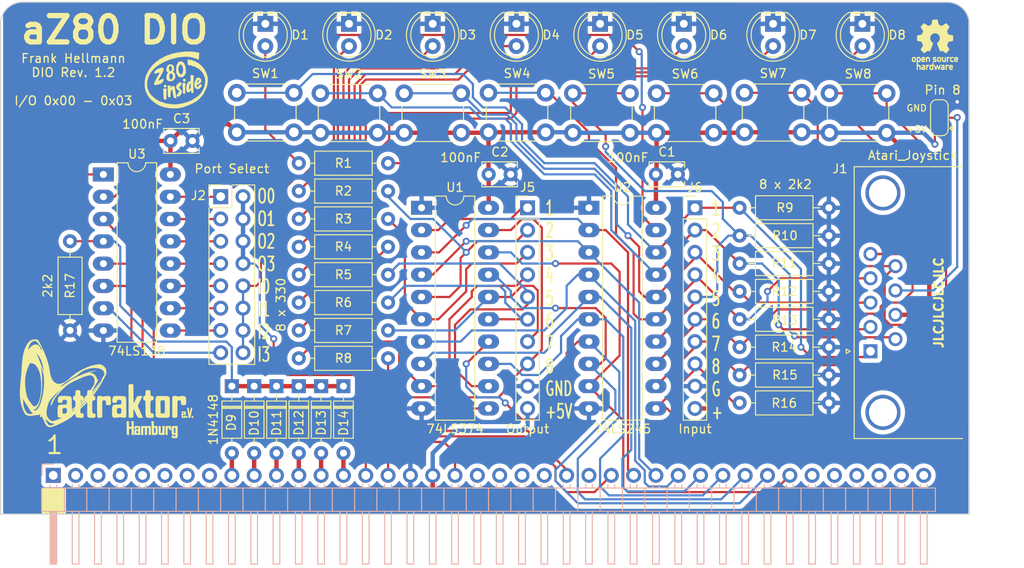
<source format=kicad_pcb>
(kicad_pcb (version 20240108) (generator "pcbnew") (generator_version "8.0")
  (layers (0 "F.Cu" signal) (31 "B.Cu" signal) (34 "B.Paste" user) (35 "F.Paste" user) (36 "B.SilkS" user "B.Silkscreen") (37 "F.SilkS" user "F.Silkscreen") (38 "B.Mask" user) (39 "F.Mask" user) (44 "Edge.Cuts" user))
  (net 0 "")
  (net 1 "/USR4")
  (net 2 "/USR3")
  (net 3 "/USR2")
  (net 4 "/USR1")
  (net 5 "/RX")
  (net 6 "/TX")
  (net 7 "/D7")
  (net 8 "/D6")
  (net 9 "/D5")
  (net 10 "/D4")
  (net 11 "/D3")
  (net 12 "/D2")
  (net 13 "/D1")
  (net 14 "/D0")
  (net 15 "/IORQ")
  (net 16 "/RD")
  (net 17 "/WR")
  (net 18 "/MREQ")
  (net 19 "/CLOCK")
  (net 20 "/RESET")
  (net 21 "/M1")
  (net 22 "VCC")
  (net 23 "GND")
  (net 24 "/A0")
  (net 25 "/A1")
  (net 26 "/A2")
  (net 27 "/A3")
  (net 28 "/A4")
  (net 29 "/A5")
  (net 30 "/A6")
  (net 31 "/A7")
  (net 32 "/A8")
  (net 33 "/A9")
  (net 34 "/A10")
  (net 35 "/A11")
  (net 36 "/A12")
  (net 37 "/A13")
  (net 38 "/A14")
  (net 39 "/A15")
  (net 40 "Net-(D1-A)")
  (net 41 "Net-(D2-A)")
  (net 42 "Net-(D3-A)")
  (net 43 "Net-(D4-A)")
  (net 44 "/INT")
  (net 45 "Net-(D5-A)")
  (net 46 "Net-(D6-A)")
  (net 47 "Net-(D7-A)")
  (net 48 "Net-(D8-A)")
  (net 49 "Net-(D10-K)")
  (net 50 "/IN_D5_FIRE1")
  (net 51 "/IN_D4_FIRE0")
  (net 52 "/IN_D6_FIRE2")
  (net 53 "/IN_D3_RIGHT")
  (net 54 "/IN_D2_LEFT")
  (net 55 "/IN_D1_DOWN")
  (net 56 "/IN_D0_UP")
  (net 57 "Net-(J2-Pin_1)")
  (net 58 "/Input")
  (net 59 "Net-(J2-Pin_3)")
  (net 60 "Net-(J2-Pin_5)")
  (net 61 "Net-(J2-Pin_7)")
  (net 62 "Net-(J2-Pin_9)")
  (net 63 "/Output")
  (net 64 "Net-(J2-Pin_11)")
  (net 65 "Net-(J2-Pin_13)")
  (net 66 "Net-(J2-Pin_15)")
  (net 67 "/OUT_D0_UP")
  (net 68 "/OUT_D1_DOWN")
  (net 69 "/OUT_D2_LEFT")
  (net 70 "/OUT_D3_RIGHT")
  (net 71 "/OUT_D4_FIRE0")
  (net 72 "/OUT_D5_FIRE1")
  (net 73 "/OUT_D6_FIRE2")
  (net 74 "/OUT_D7")
  (net 75 "/IN_D7")
  (net 76 "Net-(JP1-C)")
  (footprint "Connector_Dsub:DSUB-9_Male_Horizontal_P2.77x2.84mm_EdgePinOffset7.70mm_Housed_MountingHolesOffset9.12mm" (layer "F.Cu") (at 181.899669 95.72 90)
    (property "Reference" "J1")
    (property "Value" "Atari_Joystick")
  )
  (footprint "Backplane:attraktor" (layer "F.Cu") (at 95 100.2)
    (property "Reference" "G***" (hide yes))
    (property "Value" "LOGO" (hide yes))
  )
  (footprint "Backplane:osh_logo" (layer "F.Cu") (at 189.23 60.96)
    (property "Reference" "G***" (hide yes))
    (property "Value" "LOGO" (hide yes))
  )
  (footprint "Backplane:Z80_inside" (layer "F.Cu") (at 102.87 64.77)
    (property "Reference" "G***" (hide yes))
    (property "Value" "LOGO" (hide yes))
  )
  (footprint "Resistor_THT:R_Axial_DIN0207_L6.3mm_D2.5mm_P10.16mm_Horizontal" (layer "F.Cu") (at 116.84 80.645)
    (property "Reference" "R3")
    (property "Value" "330")
  )
  (footprint "Diode_THT:D_DO-35_SOD27_P7.62mm_Horizontal" (layer "F.Cu") (at 116.84 99.695 -90)
    (property "Reference" "D12")
    (property "Value" "1N4148")
  )
  (footprint "Resistor_THT:R_Axial_DIN0207_L6.3mm_D2.5mm_P10.16mm_Horizontal" (layer "F.Cu") (at 167.005 85.725)
    (property "Reference" "R11")
    (property "Value" "2k2")
  )
  (footprint "Capacitor_THT:C_Disc_D3.8mm_W2.6mm_P2.50mm" (layer "F.Cu") (at 102.235 71.755)
    (property "Reference" "C3")
    (property "Value" "100nF")
  )
  (footprint "Diode_THT:D_DO-35_SOD27_P7.62mm_Horizontal" (layer "F.Cu") (at 114.3 99.695 -90)
    (property "Reference" "D11")
    (property "Value" "1N4148")
  )
  (footprint "Resistor_THT:R_Axial_DIN0207_L6.3mm_D2.5mm_P10.16mm_Horizontal" (layer "F.Cu") (at 116.84 83.82)
    (property "Reference" "R4")
    (property "Value" "330")
  )
  (footprint "Package_DIP:DIP-20_W7.62mm_LongPads" (layer "F.Cu") (at 149.86 79.375)
    (property "Reference" "U2")
    (property "Value" "74LS245")
  )
  (footprint "LED_THT:LED_D5.0mm" (layer "F.Cu") (at 122.555 58.42 -90)
    (property "Reference" "D2")
    (property "Value" "LED_Small")
  )
  (footprint "Button_Switch_THT:SW_PUSH_6mm" (layer "F.Cu") (at 109.78 66.275)
    (property "Reference" "SW1")
    (property "Value" "SW_Push" (hide yes))
  )
  (footprint "LED_THT:LED_D5.0mm" (layer "F.Cu") (at 151.13 58.42 -90)
    (property "Reference" "D5")
    (property "Value" "LED_Small")
  )
  (footprint "Resistor_THT:R_Axial_DIN0207_L6.3mm_D2.5mm_P10.16mm_Horizontal" (layer "F.Cu") (at 116.84 77.47)
    (property "Reference" "R2")
    (property "Value" "330")
  )
  (footprint "LED_THT:LED_D5.0mm" (layer "F.Cu") (at 160.655 58.42 -90)
    (property "Reference" "D6")
    (property "Value" "LED_Small")
  )
  (footprint "Button_Switch_THT:SW_PUSH_6mm" (layer "F.Cu") (at 177.24 66.33)
    (property "Reference" "SW8")
    (property "Value" "SW_Push")
  )
  (footprint "LED_THT:LED_D5.0mm" (layer "F.Cu") (at 132.08 58.42 -90)
    (property "Reference" "D3")
    (property "Value" "LED_Small")
  )
  (footprint "Resistor_THT:R_Axial_DIN0207_L6.3mm_D2.5mm_P10.16mm_Horizontal" (layer "F.Cu") (at 167.005 79.375)
    (property "Reference" "R9")
    (property "Value" "8 x 2k2")
  )
  (footprint "Resistor_THT:R_Axial_DIN0207_L6.3mm_D2.5mm_P10.16mm_Horizontal" (layer "F.Cu") (at 167.005 98.425)
    (property "Reference" "R15")
    (property "Value" "2k2")
  )
  (footprint "Resistor_THT:R_Axial_DIN0207_L6.3mm_D2.5mm_P10.16mm_Horizontal" (layer "F.Cu") (at 116.84 90.17)
    (property "Reference" "R6")
    (property "Value" "330")
  )
  (footprint "Resistor_THT:R_Axial_DIN0207_L6.3mm_D2.5mm_P10.16mm_Horizontal" (layer "F.Cu") (at 167.005 101.6)
    (property "Reference" "R16")
    (property "Value" "2k2")
  )
  (footprint "Button_Switch_THT:SW_PUSH_6mm" (layer "F.Cu") (at 119.305 66.33)
    (property "Reference" "SW2")
    (property "Value" "SW_Push")
  )
  (footprint "Connector_PinHeader_2.54mm:PinHeader_1x10_P2.54mm_Vertical" (layer "F.Cu") (at 161.925 79.375)
    (property "Reference" "J6")
    (property "Value" "Input")
  )
  (footprint "Diode_THT:D_DO-35_SOD27_P7.62mm_Horizontal" (layer "F.Cu") (at 109.22 99.695 -90)
    (property "Reference" "D9")
    (property "Value" "1N4148")
  )
  (footprint "Diode_THT:D_DO-35_SOD27_P7.62mm_Horizontal" (layer "F.Cu") (at 111.76 99.695 -90)
    (property "Reference" "D10")
    (property "Value" "1N4148")
  )
  (footprint "Resistor_THT:R_Axial_DIN0207_L6.3mm_D2.5mm_P10.16mm_Horizontal" (layer "F.Cu") (at 167.005 82.55)
    (property "Reference" "R10")
    (property "Value" "2k2")
  )
  (footprint "Capacitor_THT:C_Disc_D3.8mm_W2.6mm_P2.50mm" (layer "F.Cu") (at 138.45 75.565)
    (property "Reference" "C2")
    (property "Value" "100nF")
  )
  (footprint "Package_DIP:DIP-16_W7.62mm_LongPads" (layer "F.Cu") (at 94.6 75.58)
    (property "Reference" "U3")
    (property "Value" "74LS138")
  )
  (footprint "Resistor_THT:R_Axial_DIN0207_L6.3mm_D2.5mm_P10.16mm_Horizontal" (layer "F.Cu") (at 116.84 86.995)
    (property "Reference" "R5")
    (property "Value" "330")
  )
  (footprint "Package_DIP:DIP-20_W7.62mm_LongPads" (layer "F.Cu") (at 130.81 79.375)
    (property "Reference" "U1")
    (property "Value" "74LS374")
  )
  (footprint "Resistor_THT:R_Axial_DIN0207_L6.3mm_D2.5mm_P10.16mm_Horizontal" (layer "F.Cu") (at 167.005 88.9)
    (property "Reference" "R12")
    (property "Value" "2k2")
  )
  (footprint "Resistor_THT:R_Axial_DIN0207_L6.3mm_D2.5mm_P10.16mm_Horizontal" (layer "F.Cu") (at 116.84 96.52)
    (property "Reference" "R8")
    (property "Value" "330")
  )
  (footprint "Resistor_THT:R_Axial_DIN0207_L6.3mm_D2.5mm_P10.16mm_Horizontal" (layer "F.Cu") (at 90.805 93.345 90)
    (property "Reference" "R17")
    (property "Value" "2k2")
  )
  (footprint "Capacitor_THT:C_Disc_D3.8mm_W2.6mm_P2.50mm" (layer "F.Cu") (at 157.48 75.565)
    (property "Reference" "C1")
    (property "Value" "100nF")
  )
  (footprint "Diode_THT:D_DO-35_SOD27_P7.62mm_Horizontal" (layer "F.Cu") (at 119.38 99.695 -90)
    (property "Reference" "D13")
    (property "Value" "1N4148")
  )
  (footprint "Resistor_THT:R_Axial_DIN0207_L6.3mm_D2.5mm_P10.16mm_Horizontal" (layer "F.Cu") (at 116.84 74.295)
    (property "Reference" "R1")
    (property "Value" "8 x 330")
  )
  (footprint "LED_THT:LED_D5.0mm" (layer "F.Cu") (at 113.03 58.42 -90)
    (property "Reference" "D1")
    (property "Value" "LED_Small")
  )
  (footprint "Button_Switch_THT:SW_PUSH_6mm" (layer "F.Cu") (at 148.03 66.33)
    (property "Reference" "SW5")
    (property "Value" "SW_Push")
  )
  (footprint "Resistor_THT:R_Axial_DIN0207_L6.3mm_D2.5mm_P10.16mm_Horizontal" (layer "F.Cu") (at 116.84 93.345)
    (property "Reference" "R7")
    (property "Value" "330")
  )
  (footprint "Button_Switch_THT:SW_PUSH_6mm" (layer "F.Cu") (at 128.83 66.33)
    (property "Reference" "SW3")
    (property "Value" "SW_Push")
  )
  (footprint "LED_THT:LED_D5.0mm" (layer "F.Cu") (at 170.815 58.42 -90)
    (property "Reference" "D7")
    (property "Value" "LED_Small")
  )
  (footprint "Diode_THT:D_DO-35_SOD27_P7.62mm_Horizontal" (layer "F.Cu") (at 121.92 99.695 -90)
    (property "Reference" "D14")
    (property "Value" "1N4148")
  )
  (footprint "LED_THT:LED_D5.0mm" (layer "F.Cu") (at 141.605 58.42 -90)
    (property "Reference" "D4")
    (property "Value" "LED_Small")
  )
  (footprint "Resistor_THT:R_Axial_DIN0207_L6.3mm_D2.5mm_P10.16mm_Horizontal" (layer "F.Cu") (at 167.005 92.075)
    (property "Reference" "R13")
    (property "Value" "2k2")
  )
  (footprint "Button_Switch_THT:SW_PUSH_6mm" (layer "F.Cu") (at 167.565 66.275)
    (property "Reference" "SW7")
    (property "Value" "SW_Push")
  )
  (footprint "LED_THT:LED_D5.0mm" (layer "F.Cu") (at 180.975 58.42 -90)
    (property "Reference" "D8")
    (property "Value" "LED_Small")
  )
  (footprint "Connector_PinHeader_2.54mm:PinHeader_2x08_P2.54mm_Vertical" (layer "F.Cu") (at 107.95 78.105)
    (property "Reference" "J2")
    (property "Value" "Port Select")
  )
  (footprint "Connector_PinHeader_2.54mm:PinHeader_1x10_P2.54mm_Vertical" (layer "F.Cu") (at 142.875 79.375)
    (property "Reference" "J5")
    (property "Value" "Output")
  )
  (footprint "Button_Switch_THT:SW_PUSH_6mm" (layer "F.Cu") (at 138.43 66.275)
    (property "Reference" "SW4")
    (property "Value" "SW_Push")
  )
  (footprint "Resistor_THT:R_Axial_DIN0207_L6.3mm_D2.5mm_P10.16mm_Horizontal" (layer "F.Cu") (at 167.005 95.25)
    (property "Reference" "R14")
    (property "Value" "2k2")
  )
  (footprint "Jumper:SolderJumper-3_P1.3mm_Bridged2Bar12_RoundedPad1.0x1.5mm" (layer "F.Cu") (at 189.738 69.118 90)
    (property "Reference" "JP1")
    (property "Value" "Pin 8")
  )
  (footprint "Button_Switch_THT:SW_PUSH_6mm" (layer "F.Cu") (at 157.555 66.33)
    (property "Reference" "SW6")
    (property "Value" "SW_Push")
  )
  (footprint "Connector_PinHeader_2.54mm:PinHeader_1x40_P2.54mm_Horizontal" (layer "B.Cu") (at 88.9 109.855 -90)
    (property "Reference" "J4" (hide yes))
    (property "Value" "Z80 Bus")
  )
  (gr_poly (pts (xy 87.63 111.379) (xy 90.297 111.379) (xy 90.297 114.173) (xy 87.63 114.173)) (stroke (width 0.1)) (fill solid) (layer "F.SilkS"))
  (gr_arc (start 82.895 58.445) (mid 83.627233 56.677233) (end 85.395 55.945) (stroke (width 0.12)) (layer "Edge.Cuts"))
  (gr_arc (start 190.655 55.955) (mid 192.415696 56.684304) (end 193.145 58.445) (stroke (width 0.12)) (layer "Edge.Cuts"))
  (gr_line (start 85.395 55.945) (end 190.655 55.955) (stroke (width 0.12)) (layer "Edge.Cuts"))
  (gr_line (start 193.145 58.445) (end 193.14 114.276) (stroke (width 0.12)) (layer "Edge.Cuts"))
  (gr_line (start 82.9 114.276) (end 82.895 58.445) (stroke (width 0.12)) (layer "Edge.Cuts"))
  (gr_line (start 193.14 114.276) (end 82.904 114.276) (stroke (width 0.12)) (layer "Edge.Cuts"))
  (gr_text "1\n2\n3\n4\n5\n6\n7\n8\nG\n+" (at 163.7 103.565 0) (layer "F.SilkS") (effects (font (size 1.6 1) (thickness 0.2) (bold yes)) (justify left bottom)))
  (gr_text "JLCJLCJLCJLC" (at 190.246 95.504 90) (layer "F.SilkS") (effects (font (size 1 1) (thickness 0.25) (bold yes)) (justify left bottom)))
  (gr_text "GND\n\n+5V" (at 185.928 70.866 0) (layer "F.SilkS") (effects (font (size 0.75 0.75) (thickness 0.125) (bold yes)) (justify left bottom)))
  (gr_text "O0\nO1\nO2\nO3\nI0\nI1\nI2\nI3" (at 112.014 97.028 0) (layer "F.SilkS") (effects (font (size 1.6 1) (thickness 0.2) (bold yes)) (justify left bottom)))
  (gr_text "1" (at 89.05 106.4 0) (layer "F.SilkS") (effects (font (size 2 2) (thickness 0.25))))
  (gr_text "Pin 8" (at 187.96 66.548 0) (layer "F.SilkS") (effects (font (size 1 1)) (justify left bottom)))
  (gr_text "aZ80 DIO" (at 95.88 59.125 0) (layer "F.SilkS") (effects (font (size 3 3) (thickness 0.6))))
  (gr_text "1\n2\n3\n4\n5\n6\n7\n8\nGND\n+5V" (at 144.78 103.505 0) (layer "F.SilkS") (effects (font (size 1.6 1) (thickness 0.2) (bold yes)) (justify left bottom)))
  (gr_text "Frank Hellmann\nDIO Rev. 1.2\n\nI/O 0x00 - 0x03" (at 91.186 64.77 0) (layer "F.SilkS") (effects (font (size 1 1))))
  (segment (start 182.98 109.45) (end 182.98 110) (width 0.5) (layer "F.Cu") (net 3))
  (segment (start 153.765 111.22) (end 154.305 111.76) (width 0.25) (layer "F.Cu") (net 7))
  (segment (start 149.86 99.695) (end 153.765 103.6) (width 0.25) (layer "F.Cu") (net 7))
  (segment (start 153.765 103.6) (end 153.765 111.22) (width 0.25) (layer "F.Cu") (net 7))
  (segment (start 154.305 111.76) (end 170.815 111.76) (width 0.25) (layer "F.Cu") (net 7))
  (segment (start 153.351104 96.203896) (end 149.86 99.695) (width 0.25) (layer "F.Cu") (net 7))
  (segment (start 146.05 85.725) (end 152.4 85.725) (width 0.25) (layer "F.Cu") (net 7))
  (segment (start 153.351104 86.676104) (end 153.351104 96.203896) (width 0.25) (layer "F.Cu") (net 7))
  (segment (start 170.815 111.76) (end 172.72 109.855) (width 0.25) (layer "F.Cu") (net 7))
  (segment (start 152.4 85.725) (end 153.351104 86.676104) (width 0.25) (layer "F.Cu") (net 7))
  (via (at 146.05 85.725) (size 0.8) (drill 0.4) (layers "F.Cu" "B.Cu") (net 7))
  (segment (start 142.241396 85.725) (end 140.971396 84.455) (width 0.25) (layer "B.Cu") (net 7))
  (segment (start 146.05 85.725) (end 142.241396 85.725) (width 0.25) (layer "B.Cu") (net 7))
  (segment (start 140.971396 84.455) (end 138.43 84.455) (width 0.25) (layer "B.Cu") (net 7))
  (segment (start 150.64 90.805) (end 151.765 91.93) (width 0.25) (layer "F.Cu") (net 8))
  (segment (start 151.13 97.155) (end 149.86 97.155) (width 0.25) (layer "F.Cu") (net 8))
  (segment (start 146.05 90.805) (end 150.64 90.805) (width 0.25) (layer "F.Cu") (net 8))
  (segment (start 151.765 96.52) (end 151.13 97.155) (width 0.25) (layer "F.Cu") (net 8))
  (segment (start 151.765 91.93) (end 151.765 96.52) (width 0.25) (layer "F.Cu") (net 8))
  (via (at 146.05 90.805) (size 0.8) (drill 0.4) (layers "F.Cu" "B.Cu") (net 8))
  (segment (start 152.865 100.16) (end 152.865 102.405) (width 0.25) (layer "B.Cu") (net 8))
  (segment (start 142.24 90.805) (end 140.97 89.535) (width 0.25) (layer "B.Cu") (net 8))
  (segment (start 146.05 110.49) (end 148.59 113.03) (width 0.25) (layer "B.Cu") (net 8))
  (segment (start 149.86 97.155) (end 152.865 100.16) (width 0.25) (layer "B.Cu") (net 8))
  (segment (start 146.05 109.22) (end 146.05 110.49) (width 0.25) (layer "B.Cu") (net 8))
  (segment (start 167.005 113.03) (end 170.18 109.855) (width 0.25) (layer "B.Cu") (net 8))
  (segment (start 148.59 113.03) (end 167.005 113.03) (width 0.25) (layer "B.Cu") (net 8))
  (segment (start 146.05 90.805) (end 142.24 90.805) (width 0.25) (layer "B.Cu") (net 8))
  (segment (start 140.97 88.859863) (end 139.105137 86.995) (width 0.25) (layer "B.Cu") (net 8))
  (segment (start 139.105137 86.995) (end 138.43 86.995) (width 0.25) (layer "B.Cu") (net 8))
  (segment (start 152.865 102.405) (end 146.05 109.22) (width 0.25) (layer "B.Cu") (net 8))
  (segment (start 140.97 89.535) (end 140.97 88.859863) (width 0.25) (layer "B.Cu") (net 8))
  (segment (start 137.702399 95.342601) (end 135.89 97.155) (width 0.25) (layer "F.Cu") (net 9))
  (segment (start 138.43 94.615) (end 137.702399 95.342601) (width 0.25) (layer "F.Cu") (net 9))
  (segment (start 147.32 101.6) (end 147.32 95.885) (width 0.25) (layer "F.Cu") (net 9))
  (segment (start 140.335 101.6) (end 142.24 103.505) (width 0.25) (layer "F.Cu") (net 9))
  (segment (start 148.59 94.615) (end 149.86 94.615) (width 0.25) (layer "F.Cu") (net 9))
  (segment (start 147.32 95.885) (end 148.59 94.615) (width 0.25) (layer "F.Cu") (net 9))
  (segment (start 145.415 103.505) (end 147.32 101.6) (width 0.25) (layer "F.Cu") (net 9))
  (segment (start 142.24 103.505) (end 145.415 103.505) (width 0.25) (layer "F.Cu") (net 9))
  (via (at 135.89 97.155) (size 0.8) (drill 0.4) (layers "F.Cu" "B.Cu") (net 9))
  (via (at 140.335 101.6) (size 0.8) (drill 0.4) (layers "F.Cu" "B.Cu") (net 9))
  (segment (start 135.89 99.734439) (end 135.89 97.155) (width 0.25) (layer "B.Cu") (net 9))
  (segment (start 153.315 103.225) (end 148.59 107.95) (width 0.25) (layer "B.Cu") (net 9))
  (segment (start 149.41 112.58) (end 149.86 112.58) (width 0.25) (layer "B.Cu") (net 9))
  (segment (start 148.59 107.95) (end 148.59 111.76) (width 0.25) (layer "B.Cu") (net 9))
  (segment (start 149.86 112.58) (end 164.915 112.58) (width 0.25) (layer "B.Cu") (net 9))
  (segment (start 140.335 101.6) (end 139.7 100.965) (width 0.25) (layer "B.Cu") (net 9))
  (segment (start 139.7 100.965) (end 137.120561 100.965) (width 0.25) (layer "B.Cu") (net 9))
  (segment (start 153.315 98.07) (end 153.315 103.225) (width 0.25) (layer "B.Cu") (net 9))
  (segment (start 137.120561 100.965) (end 135.89 99.734439) (width 0.25) (layer "B.Cu") (net 9))
  (segment (start 149.86 94.615) (end 153.315 98.07) (width 0.25) (layer "B.Cu") (net 9))
  (segment (start 164.915 112.58) (end 167.64 109.855) (width 0.25) (layer "B.Cu") (net 9))
  (segment (start 148.59 111.76) (end 149.41 112.58) (width 0.25) (layer "B.Cu") (net 9))
  (segment (start 144.145 98.425) (end 146.685 95.885) (width 0.25) (layer "B.Cu") (net 10))
  (segment (start 138.43 97.155) (end 140.97 97.155) (width 0.25) (layer "B.Cu") (net 10))
  (segment (start 153.765 94.075) (end 153.765 105.315) (width 0.25) (layer "B.Cu") (net 10))
  (segment (start 140.97 97.155) (end 142.24 98.425) (width 0.25) (layer "B.Cu") (net 10))
  (segment (start 152.135 112.13) (end 162.825 112.13) (width 0.25) (layer "B.Cu") (net 10))
  (segment (start 151.13 107.95) (end 151.13 111.125) (width 0.25) (layer "B.Cu") (net 10))
  (segment (start 153.765 105.315) (end 151.13 107.95) (width 0.25) (layer "B.Cu") (net 10))
  (segment (start 142.24 98.425) (end 144.145 98.425) (width 0.25) (layer "B.Cu") (net 10))
  (segment (start 162.825 112.13) (end 165.1 109.855) (width 0.25) (layer "B.Cu") (net 10))
  (segment (start 148.59 92.075) (end 149.86 92.075) (width 0.25) (layer "B.Cu") (net 10))
  (segment (start 151.13 111.125) (end 152.135 112.13) (width 0.25) (layer "B.Cu") (net 10))
  (segment (start 151.765 92.075) (end 153.765 94.075) (width 0.25) (layer "B.Cu") (net 10))
  (segment (start 149.86 92.075) (end 151.765 92.075) (width 0.25) (layer "B.Cu") (net 10))
  (segment (start 146.685 93.98) (end 148.59 92.075) (width 0.25) (layer "B.Cu") (net 10))
  (segment (start 146.685 95.885) (end 146.685 93.98) (width 0.25) (layer "B.Cu") (net 10))
  (segment (start 160.735 111.68) (end 162.56 109.855) (width 0.25) (layer "B.Cu") (net 11))
  (segment (start 145.415 95.25) (end 145.415 93.98) (width 0.25) (layer "B.Cu") (net 11))
  (segment (start 151.13 89.535) (end 154.675 93.08) (width 0.25) (layer "B.Cu") (net 11))
  (segment (start 154.675 93.08) (end 154.675 106.945) (width 0.25) (layer "B.Cu") (net 11))
  (segment (start 153.67 111.125) (end 154.225 111.68) (width 0.25) (layer "B.Cu") (net 11))
  (segment (start 144.78 95.885) (end 145.415 95.25) (width 0.25) (layer "B.Cu") (net 11))
  (segment (start 154.225 111.68) (end 160.735 111.68) (width 0.25) (layer "B.Cu") (net 11))
  (segment (start 145.415 93.98) (end 149.86 89.535) (width 0.25) (layer "B.Cu") (net 11))
  (segment (start 130.81 97.155) (end 132.08 95.885) (width 0.25) (layer "B.Cu") (net 11))
  (segment (start 149.86 89.535) (end 151.13 89.535) (width 0.25) (layer "B.Cu") (net 11))
  (segment (start 154.675 106.945) (end 153.67 107.95) (width 0.25) (layer "B.Cu") (net 11))
  (segment (start 153.67 107.95) (end 153.67 111.125) (width 0.25) (layer "B.Cu") (net 11))
  (segment (start 132.08 95.885) (end 144.78 95.885) (width 0.25) (layer "B.Cu") (net 11))
  (segment (start 149.86 86.995) (end 155.125 92.26) (width 0.25) (layer "B.Cu") (net 12))
  (segment (start 147.32 90.805) (end 147.32 88.265) (width 0.25) (layer "B.Cu") (net 12))
  (segment (start 147.32 88.265) (end 148.59 86.995) (width 0.25) (layer "B.Cu") (net 12))
  (segment (start 158.75 111.125) (end 160.02 109.855) (width 0.25) (layer "B.Cu") (net 12))
  (segment (start 155.125 92.26) (end 155.125 108.189946) (width 0.25) (layer "B.Cu") (net 12))
  (segment (start 156.649973 111.125) (end 158.75 111.125) (width 0.25) (layer "B.Cu") (net 12))
  (segment (start 144.78 93.345) (end 147.32 90.805) (width 0.25) (layer "B.Cu") (net 12))
  (segment (start 135.255 94.615) (end 136.525 93.345) (width 0.25) (layer "B.Cu") (net 12))
  (segment (start 130.81 94.615) (end 135.255 94.615) (width 0.25) (layer "B.Cu") (net 12))
  (segment (start 136.525 93.345) (end 144.78 93.345) (width 0.25) (layer "B.Cu") (net 12))
  (segment (start 156.21 109.274946) (end 156.21 110.685027) (width 0.25) (layer "B.Cu") (net 12))
  (segment (start 155.125 108.189946) (end 156.21 109.274946) (width 0.25) (layer "B.Cu") (net 12))
  (segment (start 156.21 110.685027) (end 156.649973 111.125) (width 0.25) (layer "B.Cu") (net 12))
  (segment (start 148.59 86.995) (end 149.86 86.995) (width 0.25) (layer "B.Cu") (net 12))
  (segment (start 132.08 86.995) (end 135.89 83.185) (width 0.25) (layer "F.Cu") (net 13))
  (segment (start 130.81 86.995) (end 132.08 86.995) (width 0.25) (layer "F.Cu") (net 13))
  (via (at 135.89 83.185) (size 0.8) (drill 0.4) (layers "F.Cu" "B.Cu") (net 13))
  (segment (start 149.86 84.455) (end 155.575 90.17) (width 0.25) (layer "B.Cu") (net 13))
  (segment (start 155.575 107.95) (end 157.48 109.855) (width 0.25) (layer "B.Cu") (net 13))
  (segment (start 148.59 83.185) (end 149.86 84.455) (width 0.25) (layer "B.Cu") (net 13))
  (segment (start 135.89 83.185) (end 148.59 83.185) (width 0.25) (layer "B.Cu") (net 13))
  (segment (start 155.575 90.17) (end 155.575 107.95) (width 0.25) (layer "B.Cu") (net 13))
  (segment (start 154.304302 84.455698) (end 154.304302 109.219302) (width 0.25) (layer "F.Cu") (net 14))
  (segment (start 132.8045 84.455) (end 135.89 81.3695) (width 0.25) (layer "F.Cu") (net 14))
  (segment (start 149.86 81.915) (end 151.763604 81.915) (width 0.25) (layer "F.Cu") (net 14))
  (segment (start 154.304302 109.219302) (end 154.94 109.855) (width 0.25) (layer "F.Cu") (net 14))
  (segment (start 151.763604 81.915) (end 154.304302 84.455698) (width 0.25) (layer "F.Cu") (net 14))
  (segment (start 130.81 84.455) (end 132.8045 84.455) (width 0.25) (layer "F.Cu") (net 14))
  (via (at 135.89 81.3695) (size 0.8) (drill 0.4) (layers "F.Cu" "B.Cu") (net 14))
  (segment (start 148.59 80.645) (end 149.86 81.915) (width 0.25) (layer "B.Cu") (net 14))
  (segment (start 135.89 81.3695) (end 136.6145 80.645) (width 0.25) (layer "B.Cu") (net 14))
  (segment (start 136.6145 80.645) (end 148.59 80.645) (width 0.25) (layer "B.Cu") (net 14))
  (segment (start 97.805 85.74) (end 99.06 86.995) (width 0.25) (layer "F.Cu") (net 15))
  (segment (start 146.05 108.9025) (end 146.05 110.49) (width 0.25) (layer "F.Cu") (net 15))
  (segment (start 142.5575 105.41) (end 146.05 108.9025) (width 0.25) (layer "F.Cu") (net 15))
  (segment (start 99.06 99.06) (end 102.87 102.87) (width 0.25) (layer "F.Cu") (net 15))
  (segment (start 94.6 85.74) (end 97.805 85.74) (width 0.25) (layer "F.Cu") (net 15))
  (segment (start 99.06 86.995) (end 99.06 99.06) (width 0.25) (layer "F.Cu") (net 15))
  (segment (start 147.32 111.76) (end 150.495 111.76) (width 0.25) (layer "F.Cu") (net 15))
  (segment (start 128.586802 105.41) (end 142.5575 105.41) (width 0.25) (layer "F.Cu") (net 15))
  (segment (start 126.046802 102.87) (end 128.586802 105.41) (width 0.25) (layer "F.Cu") (net 15))
  (segment (start 150.495 111.76) (end 152.4 109.855) (width 0.25) (layer "F.Cu") (net 15))
  (segment (start 102.87 102.87) (end 126.046802 102.87) (width 0.25) (layer "F.Cu") (net 15))
  (segment (start 146.05 110.49) (end 147.32 111.76) (width 0.25) (layer "F.Cu") (net 15))
  (segment (start 94.6 80.66) (end 100.33 86.39) (width 0.25) (layer "F.Cu") (net 17))
  (segment (start 147.32 109.22) (end 147.32 109.855) (width 0.25) (layer "F.Cu") (net 17))
  (segment (start 100.33 86.39) (end 100.33 99.06) (width 0.25) (layer "F.Cu") (net 17))
  (segment (start 126.365 102.235) (end 128.905 104.775) (width 0.25) (layer "F.Cu") (net 17))
  (segment (start 103.505 102.235) (end 126.365 102.235) (width 0.25) (layer "F.Cu") (net 17))
  (segment (start 100.33 99.06) (end 103.505 102.235) (width 0.25) (layer "F.Cu") (net 17))
  (segment (start 128.905 104.775) (end 142.875 104.775) (width 0.25) (layer "F.Cu") (net 17))
  (segment (start 142.875 104.775) (end 147.32 109.22) (width 0.25) (layer "F.Cu") (net 17))
  (segment (start 97.79 88.9) (end 97.79 99.06) (width 0.25) (layer "F.Cu") (net 21))
  (segment (start 95.265 88.28) (end 94.6 88.28) (width 0.25) (layer "F.Cu") (net 21))
  (segment (start 128.27 106.045) (end 133.35 106.045) (width 0.25) (layer "F.Cu") (net 21))
  (segment (start 97.17 88.28) (end 97.79 88.9) (width 0.25) (layer "F.Cu") (net 21))
  (segment (start 97.79 99.06) (end 102.235 103.505) (width 0.25) (layer "F.Cu") (net 21))
  (segment (start 94.6 88.28) (end 97.17 88.28) (width 0.25) (layer "F.Cu") (net 21))
  (segment (start 134.62 107.315) (end 134.62 109.855) (width 0.25) (layer "F.Cu") (net 21))
  (segment (start 125.73 103.505) (end 128.27 106.045) (width 0.25) (layer "F.Cu") (net 21))
  (segment (start 133.35 106.045) (end 134.62 107.315) (width 0.25) (layer "F.Cu") (net 21))
  (segment (start 102.235 103.505) (end 125.73 103.505) (width 0.25) (layer "F.Cu") (net 21))
  (segment (start 132.08 111.76) (end 131.445 112.395) (width 0.5) (layer "F.Cu") (net 22))
  (segment (start 161.925 102.235) (end 163.83 102.235) (width 0.5) (layer "F.Cu") (net 22))
  (segment (start 188.595 89.535) (end 186.565 91.565) (width 0.5) (layer "F.Cu") (net 22))
  (segment (start 186.565 91.565) (end 184.739669 91.565) (width 0.5) (layer "F.Cu") (net 22))
  (segment (start 189.23 72.136) (end 189.23 70.926) (width 0.25) (layer "F.Cu") (net 22))
  (segment (start 102.22 72.365) (end 102.235 72.35) (width 0.25) (layer "F.Cu") (net 22))
  (segment (start 102.235 75.565) (end 102.22 75.58) (width 0.5) (layer "F.Cu") (net 22))
  (segment (start 86.36 111.125) (end 86.36 76.835) (width 0.5) (layer "F.Cu") (net 22))
  (segment (start 128.83 70.83) (end 135.33 70.83) (width 0.5) (layer "F.Cu") (net 22))
  (segment (start 185.42 99.06) (end 188.595 95.885) (width 0.5) (layer "F.Cu") (net 22))
  (segment (start 177.8 104.775) (end 179.705 102.87) (width 0.5) (layer "F.Cu") (net 22))
  (segment (start 108.855 69.85) (end 109.78 70.775) (width 0.5) (layer "F.Cu") (net 22))
  (segment (start 157.555 75.49) (end 157.48 75.565) (width 0.5) (layer "F.Cu") (net 22))
  (segment (start 102.22 75.58) (end 102.22 74.945) (width 0.25) (layer "F.Cu") (net 22))
  (segment (start 102.22 74.945) (end 102.235 74.93) (width 0.25) (layer "F.Cu") (net 22))
  (segment (start 166.37 104.775) (end 177.8 104.775) (width 0.5) (layer "F.Cu") (net 22))
  (segment (start 157.48 75.565) (end 157.48 79.375) (width 0.5) (layer "F.Cu") (net 22))
  (segment (start 188.595 93.595) (end 186.565 91.565) (width 0.5) (layer "F.Cu") (net 22))
  (segment (start 102.235 71.755) (end 104.14 69.85) (width 0.5) (layer "F.Cu") (net 22))
  (segment (start 138.43 70.775) (end 138.43 75.545) (width 0.5) (layer "F.Cu") (net 22))
  (segment (start 157.555 70.83) (end 157.555 75.49) (width 0.5) (layer "F.Cu") (net 22))
  (segment (start 179.705 102.87) (end 179.705 100.965) (width 0.5) (layer "F.Cu") (net 22))
  (segment (start 102.235 71.755) (end 102.235 75.565) (width 0.5) (layer "F.Cu") (net 22))
  (segment (start 179.705 100.965) (end 181.61 99.06) (width 0.5) (layer "F.Cu") (net 22))
  (segment (start 138.45 79.355) (end 138.43 79.375) (width 0.5) (layer "F.Cu") (net 22))
  (segment (start 138.375 70.83) (end 138.43 70.775) (width 0.5) (layer "F.Cu") (net 22))
  (segment (start 86.36 76.835) (end 91.44 71.755) (width 0.5) (layer "F.Cu") (net 22))
  (segment (start 104.14 69.85) (end 108.855 69.85) (width 0.5) (layer "F.Cu") (net 22))
  (segment (start 135.33 70.83) (end 138.375 70.83) (width 0.5) (layer "F.Cu") (net 22))
  (segment (start 119.25 70.775) (end 119.305 70.83) (width 0.5) (layer "F.Cu") (net 22))
  (segment (start 147.975 70.775) (end 148.03 70.83) (width 0.5) (layer "F.Cu") (net 22))
  (segment (start 138.45 75.565) (end 138.45 79.355) (width 0.5) (layer "F.Cu") (net 22))
  (segment (start 164.055 70.83) (end 167.51 70.83) (width 0.5) (layer "F.Cu") (net 22))
  (segment (start 181.61 99.06) (end 185.42 99.06) (width 0.5) (layer "F.Cu") (net 22))
  (segment (start 163.83 102.235) (end 166.37 104.775) (width 0.5) (layer "F.Cu") (net 22))
  (segment (start 138.43 75.545) (end 138.45 75.565) (width 0.5) (layer "F.Cu") (net 22))
  (segment (start 167.51 70.83) (end 167.565 70.775) (width 0.5) (layer "F.Cu") (net 22))
  (segment (start 138.43 70.775) (end 144.93 70.775) (width 0.5) (layer "F.Cu") (net 22))
  (segment (start 91.44 71.755) (end 102.235 71.755) (width 0.5) (layer "F.Cu") (net 22))
  (segment (start 132.08 109.855) (end 132.08 111.76) (width 0.5) (layer "F.Cu") (net 22))
  (segment (start 183.74 70.83) (end 188.595 75.685) (width 0.5) (layer "F.Cu") (net 22))
  (segment (start 188.595 75.685) (end 188.595 89.535) (width 0.5) (layer "F.Cu") (net 22))
  (segment (start 189.23 70.926) (end 189.738 70.418) (width 0.25) (layer "F.Cu") (net 22))
  (segment (start 131.445 112.395) (end 87.63 112.395) (width 0.5) (layer "F.Cu") (net 22))
  (segment (start 87.63 112.395) (end 86.36 111.125) (width 0.5) (layer "F.Cu") (net 22))
  (segment (start 167.565 70.775) (end 174.065 70.775) (width 0.5) (layer "F.Cu") (net 22))
  (segment (start 157.555 70.83) (end 164.055 70.83) (width 0.5) (layer "F.Cu") (net 22))
  (segment (start 188.595 95.885) (end 188.595 93.595) (width 0.5) (layer "F.Cu") (net 22))
  (via (at 189.23 72.136) (size 0.8) (drill 0.4) (layers "F.Cu" "B.Cu") (net 22))
  (segment (start 174.065 70.775) (end 177.185 70.775) (width 0.5) (layer "B.Cu") (net 22))
  (segment (start 119.305 70.83) (end 125.805 70.83) (width 0.5) (layer "B.Cu") (net 22))
  (segment (start 134.62 104.775) (end 132.08 107.315) (width 0.5) (layer "B.Cu") (net 22))
  (segment (start 148.03 70.83) (end 154.53 70.83) (width 0.5) (layer "B.Cu") (net 22))
  (segment (start 177.24 70.83) (end 183.74 70.83) (width 0.5) (layer "B.Cu") (net 22))
  (segment (start 125.805 70.83) (end 128.83 70.83) (width 0.5) (layer "B.Cu") (net 22))
  (segment (start 142.875 104.14) (end 142.24 104.775) (width 0.5) (layer "B.Cu") (net 22))
  (segment (start 119.25 70.775) (end 119.305 70.83) (width 0.5) (layer "B.Cu") (net 22))
  (segment (start 109.78 70.775) (end 116.28 70.775) (width 0.5) (layer "B.Cu") (net 22))
  (segment (start 142.875 102.235) (end 142.875 104.14) (width 0.5) (layer "B.Cu") (net 22))
  (segment (start 167.51 70.83) (end 167.565 70.775) (width 0.5) (layer "B.Cu") (net 22))
  (segment (start 116.28 70.775) (end 119.25 70.775) (width 0.5) (layer "B.Cu") (net 22))
  (segment (start 132.08 107.315) (end 132.08 109.855) (width 0.5) (layer "B.Cu") (net 22))
  (segment (start 147.975 70.775) (end 148.03 70.83) (width 0.5) (layer "B.Cu") (net 22))
  (segment (start 142.24 104.775) (end 134.62 104.775) (width 0.5) (layer "B.Cu") (net 22))
  (segment (start 144.93 70.775) (end 147.975 70.775) (width 0.5) (layer "B.Cu") (net 22))
  (segment (start 138.375 70.83) (end 138.43 70.775) (width 0.5) (layer "B.Cu") (net 22))
  (segment (start 187.924 70.83) (end 183.74 70.83) (width 0.5) (layer "B.Cu") (net 22))
  (segment (start 154.53 70.83) (end 157.555 70.83) (width 0.5) (layer "B.Cu") (net 22))
  (segment (start 189.23 72.136) (end 187.924 70.83) (width 0.5) (layer "B.Cu") (net 22))
  (segment (start 177.185 70.775) (end 177.24 70.83) (width 0.5) (layer "B.Cu") (net 22))
  (segment (start 189.738 67.818) (end 191.262 67.818) (width 0.25) (layer "F.Cu") (net 23))
  (segment (start 191.262 67.818) (end 191.77 67.31) (width 0.25) (layer "F.Cu") (net 23))
  (via (at 191.77 67.31) (size 0.8) (drill 0.4) (layers "F.Cu" "B.Cu") (net 23))
  (segment (start 94.58 75.56) (end 94.6 75.58) (width 0.25) (layer "F.Cu") (net 24))
  (segment (start 90.805 104.14) (end 88.9 102.235) (width 0.25) (layer "F.Cu") (net 24))
  (segment (start 88.9 102.235) (end 88.9 78.105) (width 0.25) (layer "F.Cu") (net 24))
  (segment (start 127 107.95) (end 123.19 104.14) (width 0.25) (layer "F.Cu") (net 24))
  (segment (start 123.19 104.14) (end 90.805 104.14) (width 0.25) (layer "F.Cu") (net 24))
  (segment (start 91.425 75.58) (end 94.6 75.58) (width 0.25) (layer "F.Cu") (net 24))
  (segment (start 88.9 78.105) (end 91.425 75.58) (width 0.25) (layer "F.Cu") (net 24))
  (segment (start 127 109.855) (end 127 107.95) (width 0.25) (layer "F.Cu") (net 24))
  (segment (start 95.87 78.12) (end 94.6 78.12) (width 0.25) (layer "F.Cu") (net 25))
  (segment (start 88.265 77.47) (end 92.075 73.66) (width 0.25) (layer "F.Cu") (net 25))
  (segment (start 97.155 76.835) (end 95.87 78.12) (width 0.25) (layer "F.Cu") (net 25))
  (segment (start 97.155 74.295) (end 97.155 76.835) (width 0.25) (layer "F.Cu") (net 25))
  (segment (start 96.52 73.66) (end 97.155 74.295) (width 0.25) (layer "F.Cu") (net 25))
  (segment (start 122.555 104.775) (end 90.17 104.775) (width 0.25) (layer "F.Cu") (net 25))
  (segment (start 88.265 102.87) (end 88.265 77.47) (width 0.25) (layer "F.Cu") (net 25))
  (segment (start 92.075 73.66) (end 96.52 73.66) (width 0.25) (layer "F.Cu") (net 25))
  (segment (start 90.17 104.775) (end 88.265 102.87) (width 0.25) (layer "F.Cu") (net 25))
  (segment (start 124.46 109.855) (end 124.46 106.68) (width 0.25) (layer "F.Cu") (net 25))
  (segment (start 124.46 106.68) (end 122.555 104.775) (width 0.25) (layer "F.Cu") (net 25))
  (segment (start 121.92 109.855) (end 121.92 107.315) (width 0.5) (layer "F.Cu") (net 26))
  (segment (start 119.38 109.855) (end 119.38 107.315) (width 0.5) (layer "F.Cu") (net 27))
  (segment (start 116.84 109.855) (end 116.84 107.315) (width 0.5) (layer "F.Cu") (net 28))
  (segment (start 114.3 109.855) (end 114.3 107.315) (width 0.5) (layer "F.Cu") (net 29))
  (segment (start 111.76 109.855) (end 111.76 107.315) (width 0.5) (layer "F.Cu") (net 30))
  (segment (start 109.22 109.855) (end 109.22 107.315) (width 0.5) (layer "F.Cu") (net 31))
  (segment (start 113.03 70.485) (end 113.03 60.96) (width 0.25) (layer "F.Cu") (net 40))
  (segment (start 116.84 74.295) (end 113.03 70.485) (width 0.25) (layer "F.Cu") (net 40))
  (segment (start 121.285 73.025) (end 121.285 62.23) (width 0.25) (layer "F.Cu") (net 41))
  (segment (start 116.84 77.47) (end 121.285 73.025) (width 0.25) (layer "F.Cu") (net 41))
  (segment (start 121.285 62.23) (end 122.555 60.96) (width 0.25) (layer "F.Cu") (net 41))
  (segment (start 121.92 64.135) (end 123.19 62.865) (width 0.25) (layer "F.Cu") (net 42))
  (segment (start 121.92 75.565) (end 121.92 64.135) (width 0.25) (layer "F.Cu") (net 42))
  (segment (start 116.84 80.645) (end 121.92 75.565) (width 0.25) (layer "F.Cu") (net 42))
  (segment (start 123.19 62.865) (end 130.175 62.865) (width 0.25) (layer "F.Cu") (net 42))
  (segment (start 130.175 62.865) (end 132.08 60.96) (width 0.25) (layer "F.Cu") (net 42))
  (segment (start 135.89 60.96) (end 141.605 60.96) (width 0.25) (layer "F.Cu") (net 43))
  (segment (start 123.825 63.5) (end 133.35 63.5) (width 0.25) (layer "F.Cu") (net 43))
  (segment (start 122.555 64.77) (end 123.825 63.5) (width 0.25) (layer "F.Cu") (net 43))
  (segment (start 122.555 78.105) (end 122.555 64.77) (width 0.25) (layer "F.Cu") (net 43))
  (segment (start 116.84 83.82) (end 122.555 78.105) (width 0.25) (layer "F.Cu") (net 43))
  (segment (start 133.35 63.5) (end 135.89 60.96) (width 0.25) (layer "F.Cu") (net 43))
  (segment (start 124.46 64.135) (end 134.62 64.135) (width 0.25) (layer "F.Cu") (net 45))
  (segment (start 135.89 62.865) (end 149.225 62.865) (width 0.25) (layer "F.Cu") (net 45))
  (segment (start 123.19 80.645) (end 123.19 65.405) (width 0.25) (layer "F.Cu") (net 45))
  (segment (start 134.62 64.135) (end 135.89 62.865) (width 0.25) (layer "F.Cu") (net 45))
  (segment (start 123.19 65.405) (end 124.46 64.135) (width 0.25) (layer "F.Cu") (net 45))
  (segment (start 149.225 62.865) (end 151.13 60.96) (width 0.25) (layer "F.Cu") (net 45))
  (segment (start 116.84 86.995) (end 123.19 80.645) (width 0.25) (layer "F.Cu") (net 45))
  (segment (start 123.825698 83.184302) (end 116.84 90.17) (width 0.25) (layer "F.Cu") (net 46))
  (segment (start 158.115 63.5) (end 136.286166 63.5) (width 0.25) (layer "F.Cu") (net 46))
  (segment (start 136.286166 63.5) (end 135.016166 64.77) (width 0.25) (layer "F.Cu") (net 46))
  (segment (start 124.461396 64.77) (end 123.825698 65.405698) (width 0.25) (layer "F.Cu") (net 46))
  (segment (start 135.016166 64.77) (end 124.461396 64.77) (width 0.25) (layer "F.Cu") (net 46))
  (segment (start 123.825698 65.405698) (end 123.825698 83.184302) (width 0.25) (layer "F.Cu") (net 46))
  (segment (start 160.655 60.96) (end 158.115 63.5) (width 0.25) (layer "F.Cu") (net 46))
  (segment (start 140.97 64.77) (end 140.97 68.58) (width 0.25) (layer "F.Cu") (net 47))
  (segment (start 141.79 63.95) (end 140.97 64.77) (width 0.25) (layer "F.Cu") (net 47))
  (segment (start 140.97 68.58) (end 124.46 68.58) (width 0.25) (layer "F.Cu") (net 47))
  (segment (start 124.46 68.58) (end 124.46 85.725) (width 0.25) (layer "F.Cu") (net 47))
  (segment (start 124.46 85.725) (end 116.84 93.345) (width 0.25) (layer "F.Cu") (net 47))
  (segment (start 167.825 63.95) (end 141.79 63.95) (width 0.25) (layer "F.Cu") (net 47))
  (segment (start 170.815 60.96) (end 167.825 63.95) (width 0.25) (layer "F.Cu") (net 47))
  (segment (start 127.13 69.72) (end 127.13 71.625) (width 0.25) (layer "F.Cu") (net 48))
  (segment (start 116.84 96.52) (end 125.095 88.265) (width 0.25) (layer "F.Cu") (net 48))
  (segment (start 127.635 69.215) (end 127.13 69.72) (width 0.25) (layer "F.Cu") (net 48))
  (segment (start 140.971396 69.215) (end 141.605 68.581396) (width 0.25) (layer "F.Cu") (net 48))
  (segment (start 127.13 71.625) (end 125.095 73.66) (width 0.25) (layer "F.Cu") (net 48))
  (segment (start 177.535 64.4) (end 180.975 60.96) (width 0.25) (layer "F.Cu") (net 48))
  (segment (start 142.61 64.4) (end 177.535 64.4) (width 0.25) (layer "F.Cu") (net 48))
  (segment (start 141.605 65.405) (end 142.61 64.4) (width 0.25) (layer "F.Cu") (net 48))
  (segment (start 125.095 88.265) (end 125.095 73.66) (width 0.25) (layer "F.Cu") (net 48))
  (segment (start 127.635 69.215) (end 140.971396 69.215) (width 0.25) (layer "F.Cu") (net 48))
  (segment (start 141.605 68.581396) (end 141.605 65.405) (width 0.25) (layer "F.Cu") (net 48))
  (segment (start 94.585 83.185) (end 94.6 83.2) (width 0.25) (layer "F.Cu") (net 49))
  (segment (start 90.805 83.185) (end 90.82 83.2) (width 0.25) (layer "F.Cu") (net 49))
  (segment (start 121.92 99.695) (end 119.38 99.695) (width 0.5) (layer "F.Cu") (net 49))
  (segment (start 119.38 99.695) (end 116.84 99.695) (width 0.5) (layer "F.Cu") (net 49))
  (segment (start 116.84 99.695) (end 114.3 99.695) (width 0.5) (layer "F.Cu") (net 49))
  (segment (start 90.805 83.185) (end 94.585 83.185) (width 0.25) (layer "F.Cu") (net 49))
  (segment (start 111.76 99.695) (end 109.22 99.695) (width 0.5) (layer "F.Cu") (net 49))
  (segment (start 114.3 99.695) (end 111.76 99.695) (width 0.5) (layer "F.Cu") (net 49))
  (segment (start 109.22 95.25) (end 109.22 99.695) (width 0.25) (layer "B.Cu") (net 49))
  (segment (start 100.593061 94.615) (end 108.585 94.615) (width 0.25) (layer "B.Cu") (net 49))
  (segment (start 95.9 83.2) (end 96.52 83.82) (width 0.25) (layer "B.Cu") (net 49))
  (segment (start 96.52 90.541939) (end 100.593061 94.615) (width 0.25) (layer "B.Cu") (net 49))
  (segment (start 94.6 83.2) (end 95.9 83.2) (width 0.25) (layer "B.Cu") (net 49))
  (segment (start 108.585 94.615) (end 109.22 95.25) (width 0.25) (layer "B.Cu") (net 49))
  (segment (start 96.52 83.82) (end 96.52 90.541939) (width 0.25) (layer "B.Cu") (net 49))
  (segment (start 183.515 87.249669) (end 184.739669 86.025) (width 0.25) (layer "F.Cu") (net 50))
  (segment (start 179.705 78.105) (end 179.705 85.725) (width 0.25) (layer "F.Cu") (net 50))
  (segment (start 175.895 74.295) (end 179.705 78.105) (width 0.25) (layer "F.Cu") (net 50))
  (segment (start 180.005 86.025) (end 184.739669 86.025) (width 0.25) (layer "F.Cu") (net 50))
  (segment (start 174.625 68.58) (end 175.895 69.85) (width 0.25) (layer "F.Cu") (net 50))
  (segment (start 157.555 66.33) (end 164.055 66.33) (width 0.25) (layer "F.Cu") (net 50))
  (segment (start 161.925 92.71) (end 157.48 97.155) (width 0.25) (layer "F.Cu") (net 50))
  (segment (start 171.305 90.95) (end 179.215 90.95) (width 0.25) (layer "F.Cu") (net 50))
  (segment (start 164.055 66.33) (end 166.305 68.58) (width 0.25) (layer "F.Cu") (net 50))
  (segment (start 179.705 91.44) (end 182.88 91.44) (width 0.25) (layer "F.Cu") (net 50))
  (segment (start 182.88 91.44) (end 183.065 91.255) (width 0.25) (layer "F.Cu") (net 50))
  (segment (start 179.705 85.725) (end 180.005 86.025) (width 0.25) (layer "F.Cu") (net 50))
  (segment (start 161.925 92.075) (end 163.83 92.075) (width 0.25) (layer "F.Cu") (net 50))
  (segment (start 183.065 90.618604) (end 183.515 90.168604) (width 0.25) (layer "F.Cu") (net 50))
  (segment (start 167.005 95.25) (end 171.305 90.95) (width 0.25) (layer "F.Cu") (net 50))
  (segment (start 161.925 92.075) (end 161.925 92.71) (width 0.25) (layer "F.Cu") (net 50))
  (segment (start 175.895 69.85) (end 175.895 74.295) (width 0.25) (layer "F.Cu") (net 50))
  (segment (start 163.83 92.075) (end 167.005 95.25) (width 0.25) (layer "F.Cu") (net 50))
  (segment (start 183.065 91.255) (end 183.065 90.618604) (width 0.25) (layer "F.Cu") (net 50))
  (segment (start 166.305 68.58) (end 174.625 68.58) (width 0.25) (layer "F.Cu") (net 50))
  (segment (start 183.515 90.168604) (end 183.515 87.249669) (width 0.25) (layer "F.Cu") (net 50))
  (segment (start 179.215 90.95) (end 179.705 91.44) (width 0.25) (layer "F.Cu") (net 50))
  (segment (start 161.925 90.17) (end 157.48 94.615) (width 0.25) (layer "F.Cu") (net 51))
  (segment (start 173.2655 93.98) (end 173.4105 94.125) (width 0.25) (layer "F.Cu") (net 51))
  (segment (start 148.03 67.385) (end 148.03 66.33) (width 0.25) (layer "F.Cu") (net 51))
  (segment (start 151.765 72.39) (end 151.765 71.12) (width 0.25) (layer "F.Cu") (net 51))
  (segment (start 151.765 71.12) (end 148.03 67.385) (width 0.25) (layer "F.Cu") (net 51))
  (segment (start 161.925 89.535) (end 161.925 90.17) (width 0.25) (layer "F.Cu") (net 51))
  (segment (start 173.4105 94.125) (end 184.529669 94.125) (width 0.25) (layer "F.Cu") (net 51))
  (segment (start 184.529669 94.125) (end 184.739669 94.335) (width 0.25) (layer "F.Cu") (net 51))
  (segment (start 148.03 66.33) (end 154.53 66.33) (width 0.25) (layer "F.Cu") (net 51))
  (via (at 173.2655 93.98) (size 0.8) (drill 0.4) (layers "F.Cu" "B.Cu") (net 51))
  (via (at 151.765 72.39) (size 0.8) (drill 0.4) (layers "F.Cu" "B.Cu") (net 51))
  (segment (start 165.735 82.55) (end 167.005 82.55) (width 0.25) (layer "B.Cu") (net 51))
  (segment (start 151.765 72.39) (end 151.765 73.025) (width 0.25) (layer "B.Cu") (net 51))
  (segment (start 172.72 93.4345) (end 172.72 86.995) (width 0.25) (layer "B.Cu") (net 51))
  (segment (start 165.1 80.645) (end 167.005 82.55) (width 0.25) (layer "B.Cu") (net 51))
  (segment (start 164.465 88.9) (end 164.465 83.82) (width 0.25) (layer "B.Cu") (net 51))
  (segment (start 173.2655 93.98) (end 172.72 93.4345) (width 0.25) (layer "B.Cu") (net 51))
  (segment (start 161.925 89.535) (end 163.83 89.535) (width 0.25) (layer "B.Cu") (net 51))
  (segment (start 164.465 83.82) (end 165.735 82.55) (width 0.25) (layer "B.Cu") (net 51))
  (segment (start 165.1 78.74) (end 165.1 80.645) (width 0.25) (layer "B.Cu") (net 51))
  (segment (start 168.275 82.55) (end 167.005 82.55) (width 0.25) (layer "B.Cu") (net 51))
  (segment (start 172.72 86.995) (end 168.275 82.55) (width 0.25) (layer "B.Cu") (net 51))
  (segment (start 163.83 77.47) (end 165.1 78.74) (width 0.25) (layer "B.Cu") (net 51))
  (segment (start 151.765 73.025) (end 156.21 77.47) (width 0.25) (layer "B.Cu") (net 51))
  (segment (start 156.21 77.47) (end 163.83 77.47) (width 0.25) (layer "B.Cu") (net 51))
  (segment (start 163.83 89.535) (end 164.465 88.9) (width 0.25) (layer "B.Cu") (net 51))
  (segment (start 186.69 85.725) (end 185.605 84.64) (width 0.25) (layer "F.Cu") (net 52))
  (segment (start 185.42 92.71) (end 184.15 92.71) (width 0.25) (layer "F.Cu") (net 52))
  (segment (start 163.195 94.615) (end 167.005 98.425) (width 0.25) (layer "F.Cu") (net 52))
  (segment (start 186.69 88.9) (end 186.69 85.725) (width 0.25) (layer "F.Cu") (net 52))
  (segment (start 185.42 90.17) (end 186.69 88.9) (width 0.25) (layer "F.Cu") (net 52))
  (segment (start 186.69 95.885) (end 186.69 93.98) (width 0.25) (layer "F.Cu") (net 52))
  (segment (start 185.605 84.64) (end 181.899669 84.64) (width 0.25) (layer "F.Cu") (net 52))
  (segment (start 161.925 95.25) (end 157.48 99.695) (width 0.25) (layer "F.Cu") (net 52))
  (segment (start 183.515 90.805) (end 184.15 90.17) (width 0.25) (layer "F.Cu") (net 52))
  (segment (start 167.565 66.275) (end 174.065 66.275) (width 0.25) (layer "F.Cu") (net 52))
  (segment (start 186.69 93.98) (end 185.42 92.71) (width 0.25) (layer "F.Cu") (net 52))
  (segment (start 185.275 97.3) (end 186.69 95.885) (width 0.25) (layer "F.Cu") (net 52))
  (segment (start 168.13 97.3) (end 185.275 97.3) (width 0.25) (layer "F.Cu") (net 52))
  (segment (start 186.69 83.185) (end 186.69 76.2) (width 0.25) (layer "F.Cu") (net 52))
  (segment (start 186.69 76.2) (end 179.07 68.58) (width 0.25) (layer "F.Cu") (net 52))
  (segment (start 184.15 92.71) (end 183.515 92.075) (width 0.25) (layer "F.Cu") (net 52))
  (segment (start 179.07 68.58) (end 176.37 68.58) (width 0.25) (layer "F.Cu") (net 52))
  (segment (start 181.899669 84.64) (end 185.235 84.64) (width 0.25) (layer "F.Cu") (net 52))
  (segment (start 185.235 84.64) (end 186.69 83.185) (width 0.25) (layer "F.Cu") (net 52))
  (segment (start 167.005 98.425) (end 168.13 97.3) (width 0.25) (layer "F.Cu") (net 52))
  (segment (start 176.37 68.58) (end 174.065 66.275) (width 0.25) (layer "F.Cu") (net 52))
  (segment (start 161.925 94.615) (end 163.195 94.615) (width 0.25) (layer "F.Cu") (net 52))
  (segment (start 183.515 92.075) (end 183.515 90.805) (width 0.25) (layer "F.Cu") (net 52))
  (segment (start 161.925 94.615) (end 161.925 95.25) (width 0.25) (layer "F.Cu") (net 52))
  (segment (start 184.15 90.17) (end 185.42 90.17) (width 0.25) (layer "F.Cu") (net 52))
  (segment (start 161.925 86.995) (end 167.005 92.075) (width 0.25) (layer "F.Cu") (net 53))
  (segment (start 149.86 70.786166) (end 149.86 71.755) (width 0.25) (layer "F.Cu") (net 53))
  (segment (start 152.945 74.84) (end 152.945 82.46) (width 0.25) (layer "F.Cu") (net 53))
  (segment (start 161.925 86.995) (end 161.925 87.63) (width 0.25) (layer "F.Cu") (net 53))
  (segment (start 152.945 82.46) (end 154.94 84.455) (width 0.25) (layer "F.Cu") (net 53))
  (segment (start 154.94 91.44) (end 155.575 92.075) (width 0.25) (layer "F.Cu") (net 53))
  (segment (start 161.925 87.63) (end 157.48 92.075) (width 0.25) (layer "F.Cu") (net 53))
  (segment (start 171.67 87.41) (end 181.899669 87.41) (width 0.25) (layer "F.Cu") (net 53))
  (segment (start 149.86 71.755) (end 152.945 74.84) (width 0.25) (layer "F.Cu") (net 53))
  (segment (start 170.18 88.9) (end 171.67 87.41) (width 0.25) (layer "F.Cu") (net 53))
  (segment (start 145.348834 66.275) (end 149.86 70.786166) (width 0.25) (layer "F.Cu") (net 53))
  (segment (start 154.94 84.455) (end 154.94 91.44) (width 0.25) (layer "F.Cu") (net 53))
  (segment (start 155.575 92.075) (end 157.48 92.075) (width 0.25) (layer "F.Cu") (net 53))
  (segment (start 144.93 66.275) (end 145.348834 66.275) (width 0.25) (layer "F.Cu") (net 53))
  (via (at 170.18 88.9) (size 0.8) (drill 0.4) (layers "F.Cu" "B.Cu") (net 53))
  (segment (start 170.18 88.9) (end 170.18 90.001) (width 0.25) (layer "B.Cu") (net 53))
  (segment (start 138.43 66.275) (end 144.93 66.275) (width 0.25) (layer "B.Cu") (net 53))
  (segment (start 168.106 92.075) (end 167.005 92.075) (width 0.25) (layer "B.Cu") (net 53))
  (segment (start 170.18 90.001) (end 168.106 92.075) (width 0.25) (layer "B.Cu") (net 53))
  (segment (start 156.21 89.535) (end 157.48 89.535) (width 0.25) (layer "F.Cu") (net 54))
  (segment (start 161.925 84.455) (end 161.925 85.09) (width 0.25) (layer "F.Cu") (net 54))
  (segment (start 161.925 85.09) (end 157.48 89.535) (width 0.25) (layer "F.Cu") (net 54))
  (segment (start 155.575 88.9) (end 156.21 89.535) (width 0.25) (layer "F.Cu") (net 54))
  (segment (start 181.899669 90.18) (end 168.285 90.18) (width 0.25) (layer "F.Cu") (net 54))
  (segment (start 154.305 82.55) (end 155.575 83.82) (width 0.25) (layer "F.Cu") (net 54))
  (segment (start 168.285 90.18) (end 167.005 88.9) (width 0.25) (layer "F.Cu") (net 54))
  (segment (start 161.925 84.455) (end 166.37 88.9) (width 0.25) (layer "F.Cu") (net 54))
  (segment (start 166.37 88.9) (end 167.005 88.9) (width 0.25) (layer "F.Cu") (net 54))
  (segment (start 155.575 83.82) (end 155.575 88.9) (width 0.25) (layer "F.Cu") (net 54))
  (via (at 154.305 82.55) (size 0.8) (drill 0.4) (layers "F.Cu" "B.Cu") (net 54))
  (segment (start 137.765 68.765) (end 135.33 66.33) (width 0.25) (layer "B.Cu") (net 54))
  (segment (start 140.521396 68.765) (end 137.765 68.765) (width 0.25) (layer "B.Cu") (net 54))
  (segment (start 144.780698 74.929302) (end 141.605698 71.754302) (width 0.25) (layer "B.Cu") (net 54))
  (segment (start 141.605698 71.754302) (end 141.605698 69.849302) (width 0.25) (layer "B.Cu") (net 54))
  (segment (start 153.035 81.28) (end 153.035 77.468604) (width 0.25) (layer "B.Cu") (net 54))
  (segment (start 154.305 82.55) (end 153.035 81.28) (width 0.25) (layer "B.Cu") (net 54))
  (segment (start 135.33 66.33) (end 128.83 66.33) (width 0.25) (layer "B.Cu") (net 54))
  (segment (start 150.495698 74.929302) (end 144.780698 74.929302) (width 0.25) (layer "B.Cu") (net 54))
  (segment (start 141.605698 69.849302) (end 140.521396 68.765) (width 0.25) (layer "B.Cu") (net 54))
  (segment (start 153.035 77.468604) (end 150.495698 74.929302) (width 0.25) (layer "B.Cu") (net 54))
  (segment (start 181.639669 93.21) (end 171.95 93.21) (width 0.25) (layer "F.Cu") (net 55))
  (segment (start 160.02 84.455) (end 157.48 86.995) (width 0.25) (layer "F.Cu") (net 55))
  (segment (start 161.925 81.915) (end 163.195 81.915) (width 0.25) (layer "F.Cu") (net 55))
  (segment (start 161.925 81.915) (end 160.02 83.82) (width 0.25) (layer "F.Cu") (net 55))
  (segment (start 163.195 81.915) (end 167.005 85.725) (width 0.25) (layer "F.Cu") (net 55))
  (segment (start 181.899669 92.95) (end 181.639669 93.21) (width 0.25) (layer "F.Cu") (net 55))
  (segment (start 171.95 93.21) (end 171.45 92.71) (width 0.25) (layer "F.Cu") (net 55))
  (segment (start 160.02 83.82) (end 160.02 84.455) (width 0.25) (layer "F.Cu") (net 55))
  (via (at 171.45 92.71) (size 0.8) (drill 0.4) (layers "F.Cu" "B.Cu") (net 55))
  (segment (start 169.545 85.725) (end 167.005 85.725) (width 0.25) (layer "B.Cu") (net 55))
  (segment (start 125.805 66.33) (end 127.42 67.945) (width 0.25) (layer "B.Cu") (net 55))
  (segment (start 150.495 75.565) (end 152.4 77.47) (width 0.25) (layer "B.Cu") (net 55))
  (segment (start 152.4 77.47) (end 152.4 81.915) (width 0.25) (layer "B.Cu") (net 55))
  (segment (start 119.305 66.33) (end 125.805 66.33) (width 0.25) (layer "B.Cu") (net 55))
  (segment (start 137.578604 69.215) (end 140.335 69.215) (width 0.25) (layer "B.Cu") (net 55))
  (segment (start 171.45 87.63) (end 169.545 85.725) (width 0.25) (layer "B.Cu") (net 55))
  (segment (start 140.97 69.85) (end 140.97 71.755) (width 0.25) (layer "B.Cu") (net 55))
  (segment (start 136.308604 67.945) (end 137.578604 69.215) (width 0.25) (layer "B.Cu") (net 55))
  (segment (start 140.97 71.755) (end 144.78 75.565) (width 0.25) (layer "B.Cu") (net 55))
  (segment (start 140.335 69.215) (end 140.97 69.85) (width 0.25) (layer "B.Cu") (net 55))
  (segment (start 127.42 67.945) (end 136.308604 67.945) (width 0.25) (layer "B.Cu") (net 55))
  (segment (start 171.45 92.71) (end 171.45 87.63) (width 0.25) (layer "B.Cu") (net 55))
  (segment (start 152.4 81.915) (end 157.48 86.995) (width 0.25) (layer "B.Cu") (net 55))
  (segment (start 144.78 75.565) (end 150.495 75.565) (width 0.25) (layer "B.Cu") (net 55))
  (segment (start 161.925 79.375) (end 160.02 81.28) (width 0.25) (layer "F.Cu") (net 56))
  (segment (start 160.02 81.915) (end 157.48 84.455) (width 0.25) (layer "F.Cu") (net 56))
  (segment (start 175.115 96.375) (end 173.99 95.25) (width 0.25) (layer "F.Cu") (net 56))
  (segment (start 167.005 79.375) (end 161.925 79.375) (width 0.25) (layer "F.Cu") (net 56))
  (segment (start 160.02 81.28) (end 160.02 81.915) (width 0.25) (layer "F.Cu") (net 56))
  (segment (start 181.244669 96.375) (end 175.115 96.375) (width 0.25) (layer "F.Cu") (net 56))
  (segment (start 181.899669 95.72) (end 181.244669 96.375) (width 0.25) (layer "F.Cu") (net 56))
  (via (at 173.99 95.25) (size 0.8) (drill 0.4) (layers "F.Cu" "B.Cu") (net 56))
  (segment (start 118.42 64.135) (end 135.513834 64.135) (width 0.25) (layer "B.Cu") (net 56))
  (segment (start 137.795 67.945) (end 140.337792 67.945) (width 0.25) (layer "B.Cu") (net 56))
  (segment (start 142.241396 71.753604) (end 144.782792 74.295) (width 0.25) (layer "B.Cu") (net 56))
  (segment (start 140.337792 67.945) (end 142.241396 69.848604) (width 0.25) (layer "B.Cu") (net 56))
  (segment (start 154.305 81.28) (end 157.48 84.455) (width 0.25) (layer "B.Cu") (net 56))
  (segment (start 144.782792 74.295) (end 150.497792 74.295) (width 0.25) (layer "B.Cu") (net 56))
  (segment (start 150.497792 74.295) (end 154.305 78.102208) (width 0.25) (layer "B.Cu") (net 56))
  (segment (start 109.78 66.275) (end 116.28 66.275) (width 0.25) (layer "B.Cu") (net 56))
  (segment (start 135.513834 64.135) (end 136.655 65.276166) (width 0.25) (layer "B.Cu") (net 56))
  (segment (start 136.655 66.805) (end 137.795 67.945) (width 0.25) (layer "B.Cu") (net 56))
  (segment (start 142.241396 69.848604) (end 142.241396 71.753604) (width 0.25) (layer "B.Cu") (net 56))
  (segment (start 136.655 65.276166) (end 136.655 66.805) (width 0.25) (layer "B.Cu") (net 56))
  (segment (start 154.305 78.102208) (end 154.305 81.28) (width 0.25) (layer "B.Cu") (net 56))
  (segment (start 116.28 66.275) (end 118.42 64.135) (width 0.25) (layer "B.Cu") (net 56))
  (segment (start 173.99 95.25) (end 173.99 86.36) (width 0.25) (layer "B.Cu") (net 56))
  (segment (start 173.99 86.36) (end 167.005 79.375) (width 0.25) (layer "B.Cu") (net 56))
  (segment (start 107.935 78.12) (end 107.95 78.105) (width 0.25) (layer "F.Cu") (net 57))
  (segment (start 102.22 78.12) (end 107.935 78.12) (width 0.25) (layer "F.Cu") (net 57))
  (segment (start 117.094 75.946) (end 120.835 72.205) (width 0.25) (layer "F.Cu") (net 58))
  (segment (start 112.522 87.757) (end 112.522 79.883) (width 0.25) (layer "F.Cu") (net 58))
  (segment (start 112.522 87.757) (end 112.014 88.265) (width 0.25) (layer "F.Cu") (net 58))
  (segment (start 120.835 60.14) (end 121.285 59.69) (width 0.25) (layer "F.Cu") (net 58))
  (segment (start 153.67 59.69) (end 155.575 61.595) (width 0.25) (layer "F.Cu") (net 58))
  (segment (start 155.955 80.39) (end 157.48 81.915) (width 0.25) (layer "F.Cu") (net 58))
  (segment (start 155.955 67.945) (end 155.955 80.39) (width 0.25) (layer "F.Cu") (net 58))
  (segment (start 112.522 79.883) (end 116.459 75.946) (width 0.25) (layer "F.Cu") (net 58))
  (segment (start 116.459 75.946) (end 117.094 75.946) (width 0.25) (layer "F.Cu") (net 58))
  (segment (start 121.285 59.69) (end 153.67 59.69) (width 0.25) (layer "F.Cu") (net 58))
  (segment (start 120.835 72.205) (end 120.835 60.14) (width 0.25) (layer "F.Cu") (net 58))
  (segment (start 112.014 88.265) (end 110.49 88.265) (width 0.25) (layer "F.Cu") (net 58))
  (via (at 155.575 61.595) (size 0.8) (drill 0.4) (layers "F.Cu" "B.Cu") (net 58))
  (via (at 155.955 67.945) (size 0.8) (drill 0.4) (layers "F.Cu" "B.Cu") (net 58))
  (segment (start 155.955 67.945) (end 155.868811 67.858811) (width 0.25) (layer "B.Cu") (net 58))
  (segment (start 110.49 95.885) (end 110.49 88.265) (width 0.25) (layer "B.Cu") (net 58))
  (segment (start 155.868811 67.858811) (end 155.868811 61.888811) (width 0.25) (layer "B.Cu") (net 58))
  (segment (start 155.868811 61.888811) (end 155.575 61.595) (width 0.25) (layer "B.Cu") (net 58))
  (segment (start 102.22 80.66) (end 107.935 80.66) (width 0.25) (layer "F.Cu") (net 59))
  (segment (start 107.935 80.66) (end 107.95 80.645) (width 0.25) (layer "F.Cu") (net 59))
  (segment (start 102.22 83.2) (end 107.935 83.2) (width 0.25) (layer "F.Cu") (net 60))
  (segment (start 107.935 83.2) (end 107.95 83.185) (width 0.25) (layer "F.Cu") (net 60))
  (segment (start 102.22 85.74) (end 107.935 85.74) (width 0.25) (layer "F.Cu") (net 61))
  (segment (start 107.935 85.74) (end 107.95 85.725) (width 0.25) (layer "F.Cu") (net 61))
  (segment (start 102.22 88.28) (end 107.935 88.28) (width 0.25) (layer "F.Cu") (net 62))
  (segment (start 107.935 88.28) (end 107.95 88.265) (width 0.25) (layer "F.Cu") (net 62))
  (segment (start 138.43 102.235) (end 135.255 102.235) (width 0.25) (layer "F.Cu") (net 63))
  (segment (start 129.54 104.14) (end 123.825 98.425) (width 0.25) (layer "F.Cu") (net 63))
  (segment (start 133.35 104.14) (end 129.54 104.14) (width 0.25) (layer "F.Cu") (net 63))
  (segment (start 123.825 98.425) (end 115.57 98.425) (width 0.25) (layer "F.Cu") (net 63))
  (segment (start 115.57 98.425) (end 113.9825 96.8375) (width 0.25) (layer "F.Cu") (net 63))
  (segment (start 135.255 102.235) (end 133.35 104.14) (width 0.25) (layer "F.Cu") (net 63))
  (segment (start 113.9825 96.8375) (end 113.9825 94.2975) (width 0.25) (layer "F.Cu") (net 63))
  (via (at 113.9825 94.2975) (size 0.8) (drill 0.4) (layers "F.Cu" "B.Cu") (net 63))
  (segment (start 110.49 85.725) (end 110.49 78.105) (width 0.5) (layer "B.Cu") (net 63))
  (segment (start 113.9825 94.2975) (end 112.395 92.71) (width 0.25) (layer "B.Cu") (net 63))
  (segment (start 111.76 85.725) (end 110.49 85.725) (width 0.25) (layer "B.Cu") (net 63))
  (segment (start 112.395 92.71) (end 112.395 86.36) (width 0.25) (layer "B.Cu") (net 63))
  (segment (start 112.395 86.36) (end 111.76 85.725) (width 0.25) (layer "B.Cu") (net 63))
  (segment (start 107.935 90.82) (end 107.95 90.805) (width 0.25) (layer "F.Cu") (net 64))
  (segment (start 102.22 90.82) (end 107.935 90.82) (width 0.25) (layer "F.Cu") (net 64))
  (segment (start 107.935 93.36) (end 107.95 93.345) (width 0.25) (layer "F.Cu") (net 65))
  (segment (start 102.22 93.36) (end 107.935 93.36) (width 0.25) (layer "F.Cu") (net 65))
  (segment (start 94.6 90.82) (end 95.265 90.82) (width 0.25) (layer "B.Cu") (net 66))
  (segment (start 100.33 95.885) (end 107.95 95.885) (width 0.25) (layer "B.Cu") (net 66))
  (segment (start 95.265 90.82) (end 100.33 95.885) (width 0.25) (layer "B.Cu") (net 66))
  (segment (start 142.24 79.375) (end 142.875 79.375) (width 0.25) (layer "F.Cu") (net 67))
  (segment (start 132.715 81.915) (end 133.985 80.645) (width 0.25) (layer "F.Cu") (net 67))
  (segment (start 130.81 81.915) (end 132.715 81.915) (width 0.25) (layer "F.Cu") (net 67))
  (segment (start 133.985 78.74) (end 133.985 80.645) (width 0.25) (layer "F.Cu") (net 67))
  (segment (start 133.985 80.645) (end 140.97 80.645) (width 0.25) (layer "F.Cu") (net 67))
  (segment (start 127 74.295) (end 129.54 74.295) (width 0.25) (layer "F.Cu") (net 67))
  (segment (start 129.54 74.295) (end 133.985 78.74) (width 0.25) (layer "F.Cu") (net 67))
  (segment (start 140.97 80.645) (end 142.24 79.375) (width 0.25) (layer "F.Cu") (net 67))
  (segment (start 141.605 83.185) (end 142.875 81.915) (width 0.25) (layer "F.Cu") (net 68))
  (segment (start 135.255 88.265) (end 133.985 89.535) (width 0.25) (layer "F.Cu") (net 68))
  (segment (start 135.255 85.09) (end 135.255 88.265) (width 0.25) (layer "F.Cu") (net 68))
  (segment (start 135.89 84.455) (end 137.16 83.185) (width 0.25) (layer "F.Cu") (net 68))
  (segment (start 133.985 89.535) (end 130.81 89.535) (width 0.25) (layer "F.Cu") (net 68))
  (segment (start 135.89 84.455) (end 135.255 85.09) (width 0.25) (layer "F.Cu") (net 68))
  (segment (start 137.16 83.185) (end 141.605 83.185) (width 0.25) (layer "F.Cu") (net 68))
  (via (at 135.89 84.455) (size 0.8) (drill 0.4) (layers "F.Cu" "B.Cu") (net 68))
  (segment (start 127 78.105) (end 127 77.47) (width 0.25) (layer "B.Cu") (net 68))
  (segment (start 129.54 80.645) (end 127 78.105) (width 0.25) (layer "B.Cu") (net 68))
  (segment (start 132.119439 80.645) (end 129.54 80.645) (width 0.25) (layer "B.Cu") (net 68))
  (segment (start 135.89 84.415561) (end 132.119439 80.645) (width 0.25) (layer "B.Cu") (net 68))
  (segment (start 135.89 84.455) (end 135.89 84.415561) (width 0.25) (layer "B.Cu") (net 68))
  (segment (start 128.905 90.17) (end 130.81 92.075) (width 0.25) (layer "F.Cu") (net 69))
  (segment (start 127 80.645) (end 128.905 82.55) (width 0.25) (layer "F.Cu") (net 69))
  (segment (start 135.89 86.36) (end 135.89 88.9) (width 0.25) (layer "F.Cu") (net 69))
  (segment (start 141.605 85.725) (end 136.525 85.725) (width 0.25) (layer "F.Cu") (net 69))
  (segment (start 135.89 88.9) (end 132.715 92.075) (width 0.25) (layer "F.Cu") (net 69))
  (segment (start 142.875 84.455) (end 141.605 85.725) (width 0.25) (layer "F.Cu") (net 69))
  (segment (start 128.905 82.55) (end 128.905 90.17) (width 0.25) (layer "F.Cu") (net 69))
  (segment (start 132.715 92.075) (end 130.81 92.075) (width 0.25) (layer "F.Cu") (net 69))
  (segment (start 136.525 85.725) (end 135.89 86.36) (width 0.25) (layer "F.Cu") (net 69))
  (segment (start 136.525 89.535) (end 133.985 92.075) (width 0.25) (layer "F.Cu") (net 70))
  (segment (start 128.27 97.155) (end 130.81 99.695) (width 0.25) (layer "F.Cu") (net 70))
  (segment (start 127.635 94.615) (end 128.27 95.25) (width 0.25) (layer "F.Cu") (net 70))
  (segment (start 142.875 86.995) (end 141.605 88.265) (width 0.25) (layer "F.Cu") (net 70))
  (segment (start 128.27 95.25) (end 128.27 97.155) (width 0.25) (layer "F.Cu") (net 70))
  (segment (start 133.985 92.075) (end 133.985 99.695) (width 0.25) (layer "F.Cu") (net 70))
  (segment (start 125.545 85.275) (end 125.545 94.43) (width 0.25) (layer "F.Cu") (net 70))
  (segment (start 125.545 94.43) (end 125.73 94.615) (width 0.25) (layer "F.Cu") (net 70))
  (segment (start 137.16 88.265) (end 136.525 88.9) (width 0.25) (layer "F.Cu") (net 70))
  (segment (start 133.985 99.695) (end 130.81 99.695) (width 0.25) (layer "F.Cu") (net 70))
  (segment (start 127 83.82) (end 125.545 85.275) (width 0.25) (layer "F.Cu") (net 70))
  (segment (start 136.525 88.9) (end 136.525 89.535) (width 0.25) (layer "F.Cu") (net 70))
  (segment (start 125.73 94.615) (end 127.635 94.615) (width 0.25) (layer "F.Cu") (net 70))
  (segment (start 141.605 88.265) (end 137.16 88.265) (width 0.25) (layer "F.Cu") (net 70))
  (segment (start 142.875 89.535) (end 142.875 90.380344) (width 0.25) (layer "F.Cu") (net 71))
  (segment (start 134.62 97.79) (end 136.525 99.695) (width 0.25) (layer "F.Cu") (net 71))
  (segment (start 142.305344 90.95) (end 136.38 90.95) (width 0.25) (layer "F.Cu") (net 71))
  (segment (start 136.525 99.695) (end 138.43 99.695) (width 0.25) (layer "F.Cu") (net 71))
  (segment (start 142.875 90.380344) (end 142.305344 90.95) (width 0.25) (layer "F.Cu") (net 71))
  (segment (start 136.38 90.95) (end 134.62 92.71) (width 0.25) (layer "F.Cu") (net 71))
  (segment (start 134.62 92.71) (end 134.62 97.79) (width 0.25) (layer "F.Cu") (net 71))
  (segment (start 128.27 85.725) (end 139.7 85.725) (width 0.25) (layer "B.Cu") (net 71))
  (segment (start 127 86.995) (end 128.27 85.725) (width 0.25) (layer "B.Cu") (net 71))
  (segment (start 139.7 85.725) (end 142.875 88.9) (width 0.25) (layer "B.Cu") (net 71))
  (segment (start 142.875 88.9) (end 142.875 89.535) (width 0.25) (layer "B.Cu") (net 71))
  (segment (start 142.875 92.075) (end 138.43 92.075) (width 0.25) (layer "F.Cu") (net 72))
  (segment (start 128.905 88.265) (end 139.7 88.265) (width 0.25) (layer "B.Cu") (net 72))
  (segment (start 140.335 90.17) (end 142.24 92.075) (width 0.25) (layer "B.Cu") (net 72))
  (segment (start 142.24 92.075) (end 142.875 92.075) (width 0.25) (layer "B.Cu") (net 72))
  (segment (start 140.335 88.9) (end 140.335 90.17) (width 0.25) (layer "B.Cu") (net 72))
  (segment (start 139.7 88.265) (end 140.335 88.9) (width 0.25) (layer "B.Cu") (net 72))
  (segment (start 127 90.17) (end 128.905 88.265) (width 0.25) (layer "B.Cu") (net 72))
  (segment (start 143.510698 88.265698) (end 142.240698 88.265698) (width 0.25) (layer "F.Cu") (net 73))
  (segment (start 142.875 94.615) (end 144.05 93.44) (width 0.25) (layer "F.Cu") (net 73))
  (segment (start 144.05 93.44) (end 144.05 88.805) (width 0.25) (layer "F.Cu") (net 73))
  (segment (start 142.240698 88.265698) (end 140.971396 89.535) (width 0.25) (layer "F.Cu") (net 73))
  (segment (start 144.05 88.805) (end 143.510698 88.265698) (width 0.25) (layer "F.Cu") (net 73))
  (segment (start 140.971396 89.535) (end 138.43 89.535) (width 0.25) (layer "F.Cu") (net 73))
  (segment (start 134.62 93.345) (end 138.43 89.535) (width 0.25) (layer "B.Cu") (net 73))
  (segment (start 127 93.345) (end 134.62 93.345) (width 0.25) (layer "B.Cu") (net 73))
  (segment (start 144.5 81.635) (end 143.51 80.645) (width 0.25) (layer "F.Cu") (net 74))
  (segment (start 143.51 80.645) (end 142.240698 80.645) (width 0.25) (layer "F.Cu") (net 74))
  (segment (start 144.5 95.53) (end 144.5 81.635) (width 0.25) (layer "F.Cu") (net 74))
  (segment (start 142.875 97.155) (end 140.825 99.205) (width 0.25) (layer "F.Cu") (net 74))
  (segment (start 142.875 97.155) (end 144.5 95.53) (width 0.25) (layer "F.Cu") (net 74))
  (segment (start 127 98.425) (end 129.54 100.965) (width 0.25) (layer "F.Cu") (net 74))
  (segment (start 140.970698 81.915) (end 138.43 81.915) (width 0.25) (layer "F.Cu") (net 74))
  (segment (start 140.825 99.205) (end 140.825 99.695) (width 0.25) (layer "F.Cu") (net 74))
  (segment (start 129.54 100.965) (end 139.555 100.965) (width 0.25) (layer "F.Cu") (net 74))
  (segment (start 142.240698 80.645) (end 140.970698 81.915) (width 0.25) (layer "F.Cu") (net 74))
  (segment (start 127 96.52) (end 127 98.425) (width 0.25) (layer "F.Cu") (net 74))
  (segment (start 139.555 100.965) (end 140.825 99.695) (width 0.25) (layer "F.Cu") (net 74))
  (segment (start 162.56 106.045) (end 158.75 102.235) (width 0.25) (layer "F.Cu") (net 75))
  (segment (start 183.74 68.17) (end 190.5 74.93) (width 0.25) (layer "F.Cu") (net 75))
  (segment (start 190.5 74.93) (end 190.5 100.33) (width 0.25) (layer "F.Cu") (net 75))
  (segment (start 166.37 101.6) (end 167.005 101.6) (width 0.25) (layer "F.Cu") (net 75))
  (segment (start 183.74 66.33) (end 183.74 68.17) (width 0.25) (layer "F.Cu") (net 75))
  (segment (start 161.925 97.155) (end 166.37 101.6) (width 0.25) (layer "F.Cu") (net 75))
  (segment (start 190.5 100.33) (end 184.785 106.045) (width 0.25) (layer "F.Cu") (net 75))
  (segment (start 161.925 97.155) (end 161.925 97.79) (width 0.25) (layer "F.Cu") (net 75))
  (segment (start 161.925 97.79) (end 157.48 102.235) (width 0.25) (layer "F.Cu") (net 75))
  (segment (start 158.75 102.235) (end 157.48 102.235) (width 0.25) (layer "F.Cu") (net 75))
  (segment (start 184.785 106.045) (end 162.56 106.045) (width 0.25) (layer "F.Cu") (net 75))
  (segment (start 177.24 66.33) (end 183.74 66.33) (width 0.25) (layer "F.Cu") (net 75))
  (segment (start 191.77 69.088) (end 191.74 69.118) (width 0.25) (layer "F.Cu") (net 76))
  (segment (start 191.74 69.118) (end 189.738 69.118) (width 0.25) (layer "F.Cu") (net 76))
  (via (at 191.77 69.088) (size 0.8) (drill 0.4) (layers "F.Cu" "B.Cu") (net 76))
  (segment (start 189.081 88.795) (end 184.739669 88.795) (width 0.25) (layer "B.Cu") (net 76))
  (segment (start 191.77 69.088) (end 191.77 86.106) (width 0.25) (layer "B.Cu") (net 76))
  (segment (start 191.77 86.106) (end 189.081 88.795) (width 0.25) (layer "B.Cu") (net 76))
  (zone (net 23) (net_name "GND") (layer "B.Cu") (connect_pads (clearance 0.508)) (min_thickness 0.254) (fill yes (thermal_gap 0.508) (thermal_bridge_width 0.508))
    (polygon (pts (xy 83.185 114.3) (xy 83.185 55.88) (xy 193.04 55.88) (xy 193.04 114.3)))
  )
)
</source>
